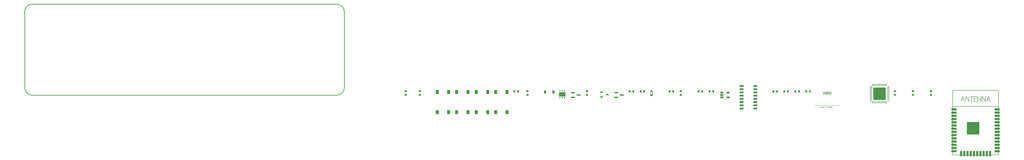
<source format=gtp>
G04*
G04 #@! TF.GenerationSoftware,Altium Limited,Altium Designer,18.1.9 (240)*
G04*
G04 Layer_Color=8421504*
%FSLAX44Y44*%
%MOMM*%
G71*
G01*
G75*
%ADD10C,0.3000*%
%ADD15C,0.1270*%
%ADD16C,0.2540*%
%ADD18C,0.1000*%
%ADD19C,0.1984*%
%ADD20R,2.0000X0.9000*%
%ADD21R,0.9000X2.0000*%
%ADD22R,5.0000X5.0000*%
%ADD23R,0.9000X0.8000*%
%ADD24R,0.8400X0.2200*%
%ADD25R,0.2200X0.8400*%
%ADD26R,4.9500X4.9500*%
%ADD27R,0.4500X1.2000*%
%ADD28R,0.8000X0.9000*%
%ADD29R,1.5240X0.6350*%
%ADD30R,1.3000X0.7000*%
%ADD31R,0.8000X0.8000*%
%ADD32R,1.6000X0.6000*%
%ADD33R,1.0500X0.6000*%
%ADD34R,0.4500X0.6000*%
%ADD35R,2.6000X1.8000*%
%ADD36R,0.9140X1.2190*%
%ADD37R,1.3000X1.5499*%
G36*
X3644890Y869940D02*
Y888340D01*
X3663290D01*
Y869940D01*
X3644890D01*
D02*
G37*
G36*
Y894740D02*
Y913140D01*
X3663290D01*
Y894740D01*
X3644890D01*
D02*
G37*
G36*
X3669690Y869940D02*
Y888340D01*
X3688090D01*
Y869940D01*
X3669690D01*
D02*
G37*
G36*
Y894740D02*
Y913140D01*
X3688090D01*
Y894740D01*
X3669690D01*
D02*
G37*
G36*
X4019093Y770651D02*
X4050761D01*
Y738961D01*
X4019093D01*
Y770651D01*
D02*
G37*
D10*
X3963180Y829620D02*
G03*
X3963180Y829620I-1000J0D01*
G01*
D15*
X3955350Y841740D02*
X4134550D01*
X3954950Y649740D02*
Y904740D01*
Y649740D02*
X4134950D01*
Y904740D01*
X3954950D02*
X4134950D01*
X2763330Y885190D02*
Y901190D01*
X2771330Y885190D02*
Y901190D01*
X2763330D02*
X2771330D01*
X2763330Y885190D02*
X2771330D01*
D16*
X1526500Y885220D02*
G03*
X1556500Y915220I0J30000D01*
G01*
X296500D02*
G03*
X326500Y885220I30000J0D01*
G01*
Y1245220D02*
G03*
X296500Y1215220I0J-30000D01*
G01*
X1556500D02*
G03*
X1526500Y1245220I-30000J0D01*
G01*
X326500Y885220D02*
X1526500D01*
X296500Y915220D02*
Y1215220D01*
X326500Y1245220D02*
X1526500D01*
X1556500Y915220D02*
Y1215220D01*
D18*
X3410750Y845280D02*
X3510750D01*
X3432810Y841928D02*
Y836930D01*
X3435309D01*
X3436142Y837763D01*
Y838596D01*
X3435309Y839429D01*
X3432810D01*
X3435309D01*
X3436142Y840262D01*
Y841095D01*
X3435309Y841928D01*
X3432810D01*
X3438641Y836930D02*
X3440308D01*
X3441141Y837763D01*
Y839429D01*
X3440308Y840262D01*
X3438641D01*
X3437809Y839429D01*
Y837763D01*
X3438641Y836930D01*
X3443640Y840262D02*
X3445306D01*
X3446139Y839429D01*
Y836930D01*
X3443640D01*
X3442807Y837763D01*
X3443640Y838596D01*
X3446139D01*
X3447805Y840262D02*
Y836930D01*
Y838596D01*
X3448638Y839429D01*
X3449471Y840262D01*
X3450304D01*
X3456136Y841928D02*
Y836930D01*
X3453636D01*
X3452804Y837763D01*
Y839429D01*
X3453636Y840262D01*
X3456136D01*
X3466133Y841928D02*
X3462800D01*
Y836930D01*
X3466133D01*
X3462800Y839429D02*
X3464466D01*
X3471131Y841928D02*
Y836930D01*
X3468632D01*
X3467798Y837763D01*
Y839429D01*
X3468632Y840262D01*
X3471131D01*
X3474463Y835264D02*
X3475296D01*
X3476129Y836097D01*
Y840262D01*
X3473630D01*
X3472797Y839429D01*
Y837763D01*
X3473630Y836930D01*
X3476129D01*
X3480294D02*
X3478628D01*
X3477795Y837763D01*
Y839429D01*
X3478628Y840262D01*
X3480294D01*
X3481128Y839429D01*
Y838596D01*
X3477795D01*
D19*
X4001984Y861249D02*
X3994842Y879995D01*
X3987701Y861249D01*
X3990379Y867498D02*
X3999306D01*
X4006358Y879995D02*
Y861249D01*
Y879995D02*
X4018855Y861249D01*
Y879995D02*
Y861249D01*
X4030281Y879995D02*
Y861249D01*
X4024033Y879995D02*
X4036530D01*
X4050366D02*
X4038762D01*
Y861249D01*
X4050366D01*
X4038762Y871069D02*
X4045903D01*
X4053490Y879995D02*
Y861249D01*
Y879995D02*
X4065988Y861249D01*
Y879995D02*
Y861249D01*
X4071165Y879995D02*
Y861249D01*
Y879995D02*
X4083663Y861249D01*
Y879995D02*
Y861249D01*
X4103123D02*
X4095981Y879995D01*
X4088840Y861249D01*
X4091518Y867498D02*
X4100445D01*
D20*
X4129950Y829840D02*
D03*
Y817140D02*
D03*
Y804440D02*
D03*
Y791740D02*
D03*
Y779040D02*
D03*
Y766340D02*
D03*
Y753640D02*
D03*
Y740940D02*
D03*
Y728240D02*
D03*
Y715540D02*
D03*
Y702840D02*
D03*
Y690140D02*
D03*
Y677440D02*
D03*
Y664740D02*
D03*
X3959950D02*
D03*
Y677440D02*
D03*
Y690140D02*
D03*
Y702840D02*
D03*
Y715540D02*
D03*
Y728240D02*
D03*
Y740940D02*
D03*
Y753640D02*
D03*
Y766340D02*
D03*
Y779040D02*
D03*
Y791740D02*
D03*
Y804440D02*
D03*
Y817140D02*
D03*
Y829840D02*
D03*
D21*
X4102100Y654740D02*
D03*
X4089400D02*
D03*
X4076700D02*
D03*
X4064000D02*
D03*
X4051300D02*
D03*
X4038600D02*
D03*
X4025900D02*
D03*
X4013200D02*
D03*
X4000500D02*
D03*
X3987800D02*
D03*
D22*
X4034950Y754840D02*
D03*
D23*
X3869690Y887080D02*
D03*
Y901080D02*
D03*
X3798570Y887080D02*
D03*
Y901080D02*
D03*
X3727450Y887080D02*
D03*
Y901080D02*
D03*
X2882900Y887080D02*
D03*
Y901080D02*
D03*
X2513330Y887080D02*
D03*
Y901080D02*
D03*
X2278380Y887080D02*
D03*
Y901080D02*
D03*
X1854200Y887080D02*
D03*
Y901080D02*
D03*
X1798320Y887080D02*
D03*
Y901080D02*
D03*
D24*
X3700940Y863540D02*
D03*
Y867540D02*
D03*
Y871540D02*
D03*
Y875540D02*
D03*
Y879540D02*
D03*
Y883540D02*
D03*
Y887540D02*
D03*
Y891540D02*
D03*
Y895540D02*
D03*
Y899540D02*
D03*
Y903540D02*
D03*
Y907540D02*
D03*
Y911540D02*
D03*
Y915540D02*
D03*
Y919540D02*
D03*
X3632040D02*
D03*
Y915540D02*
D03*
Y911540D02*
D03*
Y907540D02*
D03*
Y903540D02*
D03*
Y899540D02*
D03*
Y895540D02*
D03*
Y891540D02*
D03*
Y887540D02*
D03*
Y883540D02*
D03*
Y879540D02*
D03*
Y875540D02*
D03*
Y871540D02*
D03*
Y867540D02*
D03*
Y863540D02*
D03*
D25*
X3638490Y857090D02*
D03*
X3642490D02*
D03*
X3646490D02*
D03*
X3650490D02*
D03*
X3654490D02*
D03*
X3658490D02*
D03*
X3662490D02*
D03*
X3666490D02*
D03*
X3670490D02*
D03*
X3674490D02*
D03*
X3678490D02*
D03*
X3682490D02*
D03*
X3686490D02*
D03*
X3690490D02*
D03*
X3694490D02*
D03*
Y925990D02*
D03*
X3690490D02*
D03*
X3686490D02*
D03*
X3682490D02*
D03*
X3678490D02*
D03*
X3674490D02*
D03*
X3670490D02*
D03*
X3666490D02*
D03*
X3662490D02*
D03*
X3658490D02*
D03*
X3654490D02*
D03*
X3650490D02*
D03*
X3646490D02*
D03*
X3642490D02*
D03*
X3638490D02*
D03*
D26*
X3666490Y891540D02*
D03*
D27*
X3447750Y893780D02*
D03*
X3454250D02*
D03*
X3460750D02*
D03*
X3467250D02*
D03*
X3473750D02*
D03*
D28*
X3377550Y900430D02*
D03*
X3391550D02*
D03*
X3334370D02*
D03*
X3348370D02*
D03*
X3291190D02*
D03*
X3305190D02*
D03*
X3248010D02*
D03*
X3262010D02*
D03*
X2996550D02*
D03*
X3010550D02*
D03*
X2953370D02*
D03*
X2967370D02*
D03*
X2839070D02*
D03*
X2853070D02*
D03*
X2724770D02*
D03*
X2738770D02*
D03*
X2681590D02*
D03*
X2695590D02*
D03*
X2226930D02*
D03*
X2240930D02*
D03*
D29*
X3176549Y845820D02*
D03*
X3122650Y871220D02*
D03*
X3176549Y833120D02*
D03*
Y858520D02*
D03*
Y871220D02*
D03*
X3122650Y858520D02*
D03*
Y883920D02*
D03*
Y896620D02*
D03*
X3176549D02*
D03*
X3122650Y922020D02*
D03*
X3176549Y883920D02*
D03*
Y909320D02*
D03*
X3122650D02*
D03*
X3176549Y922020D02*
D03*
X3122650Y845820D02*
D03*
Y833120D02*
D03*
D30*
X3044890Y895960D02*
D03*
Y886460D02*
D03*
Y876960D02*
D03*
X3068890D02*
D03*
Y895960D02*
D03*
D31*
X2767330Y885190D02*
D03*
Y901190D02*
D03*
D32*
X2628060Y895960D02*
D03*
Y876960D02*
D03*
X2650060Y886460D02*
D03*
X2457880Y895960D02*
D03*
Y876960D02*
D03*
X2479880Y886460D02*
D03*
D33*
X2570410Y897230D02*
D03*
Y878230D02*
D03*
X2593410Y887730D02*
D03*
D34*
X2406040Y903000D02*
D03*
X2415540Y875000D02*
D03*
X2425040Y903000D02*
D03*
X2415540D02*
D03*
X2406040Y875000D02*
D03*
X2425040D02*
D03*
D35*
X2415540Y889000D02*
D03*
D36*
X2348357Y897890D02*
D03*
X2381123D02*
D03*
D37*
X2153011Y818769D02*
D03*
Y898271D02*
D03*
X2198009Y818769D02*
D03*
Y898271D02*
D03*
X2076811Y818769D02*
D03*
Y898271D02*
D03*
X2121809Y818769D02*
D03*
Y898271D02*
D03*
X1999341Y818769D02*
D03*
Y898271D02*
D03*
X2044339Y818769D02*
D03*
Y898271D02*
D03*
X1923141Y818769D02*
D03*
Y898271D02*
D03*
X1968139Y818769D02*
D03*
Y898271D02*
D03*
M02*

</source>
